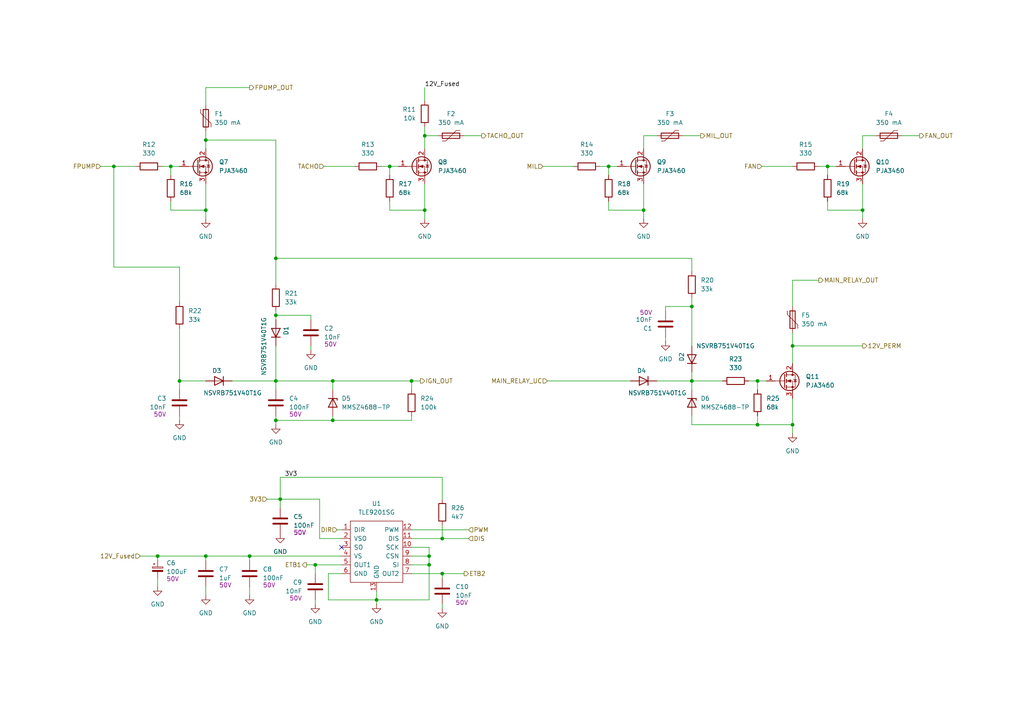
<source format=kicad_sch>
(kicad_sch (version 20231120) (generator "eeschema") (generator_version "8.0")
  (paper "A4")
  (lib_symbols
    (symbol "Device:C" (pin_numbers hide) (pin_names (offset 0.254))
      (property "Reference" "C" (at 0.635 2.54 0))
      (property "Value" "C" (at 0.635 -2.54 0))
      (symbol "C_0_1"
        (polyline (pts (xy -2.032 -0.762) (xy 2.032 -0.762)) (stroke (width 0.508)))
        (polyline (pts (xy -2.032 0.762) (xy 2.032 0.762)) (stroke (width 0.508)))
      )
      (symbol "C_1_1"
        (pin passive line (at 0 3.81 270) (length 2.794) (name "~") (number "1"))
        (pin passive line (at 0 -3.81 90) (length 2.794) (name "~") (number "2"))
      )
    )
    (symbol "Device:C_Polarized_Small" (pin_numbers hide) (pin_names (offset 0.254) hide)
      (property "Reference" "C" (at 0.254 1.778 0))
      (property "Value" "C_Polarized_Small" (at 0.254 -2.032 0))
      (symbol "C_Polarized_Small_0_1"
        (rectangle (start -1.524 -0.3048) (end 1.524 -0.6858) (fill (type outline)))
        (rectangle (start -1.524 0.6858) (end 1.524 0.3048))
        (polyline (pts (xy -1.27 1.524) (xy -0.762 1.524)))
        (polyline (pts (xy -1.016 1.27) (xy -1.016 1.778)))
      )
      (symbol "C_Polarized_Small_1_1"
        (pin passive line (at 0 2.54 270) (length 1.8542) (name "~") (number "1"))
        (pin passive line (at 0 -2.54 90) (length 1.8542) (name "~") (number "2"))
      )
    )
    (symbol "Device:D_Zener" (pin_numbers hide) (pin_names (offset 1.016) hide)
      (property "Reference" "D" (at 0 2.54 0))
      (property "Value" "D_Zener" (at 0 -2.54 0))
      (symbol "D_Zener_0_1"
        (polyline (pts (xy 1.27 0) (xy -1.27 0)))
        (polyline (pts (xy -1.27 -1.27) (xy -1.27 1.27) (xy -0.762 1.27)) (stroke (width 0.254)))
        (polyline (pts (xy 1.27 -1.27) (xy 1.27 1.27) (xy -1.27 0) (xy 1.27 -1.27)) (stroke (width 0.254)))
      )
      (symbol "D_Zener_1_1"
        (pin passive line (at -3.81 0 0) (length 2.54) (name "K") (number "1"))
        (pin passive line (at 3.81 0 180) (length 2.54) (name "A") (number "2"))
      )
    )
    (symbol "Device:Polyfuse" (pin_numbers hide) (pin_names (offset 0))
      (property "Reference" "F" (at -2.54 0 90))
      (property "Value" "Polyfuse" (at 2.54 0 90))
      (symbol "Polyfuse_0_1"
        (rectangle (start -0.762 2.54) (end 0.762 -2.54) (stroke (width 0.254)))
        (polyline (pts (xy 0 2.54) (xy 0 -2.54)))
        (polyline (pts (xy -1.524 2.54) (xy -1.524 1.524) (xy 1.524 -1.524) (xy 1.524 -2.54)))
      )
      (symbol "Polyfuse_1_1"
        (pin passive line (at 0 3.81 270) (length 1.27) (name "~") (number "1"))
        (pin passive line (at 0 -3.81 90) (length 1.27) (name "~") (number "2"))
      )
    )
    (symbol "Device:Q_NMOS_GDS" (pin_names (offset 0) hide)
      (property "Reference" "Q" (at 5.08 1.27 0))
      (property "Value" "Q_NMOS_GDS" (at 5.08 -1.27 0))
      (symbol "Q_NMOS_GDS_0_1"
        (polyline (pts (xy 0.254 0) (xy -2.54 0)))
        (polyline (pts (xy 0.254 1.905) (xy 0.254 -1.905)) (stroke (width 0.254)))
        (polyline (pts (xy 0.762 -1.27) (xy 0.762 -2.286)) (stroke (width 0.254)))
        (polyline (pts (xy 0.762 0.508) (xy 0.762 -0.508)) (stroke (width 0.254)))
        (polyline (pts (xy 0.762 2.286) (xy 0.762 1.27)) (stroke (width 0.254)))
        (polyline (pts (xy 2.54 2.54) (xy 2.54 1.778)))
        (polyline (pts (xy 2.54 -2.54) (xy 2.54 0) (xy 0.762 0)))
        (polyline (pts (xy 0.762 -1.778) (xy 3.302 -1.778) (xy 3.302 1.778) (xy 0.762 1.778)))
        (polyline (pts (xy 1.016 0) (xy 2.032 0.381) (xy 2.032 -0.381) (xy 1.016 0)) (fill (type outline)))
        (polyline (pts (xy 2.794 0.508) (xy 2.921 0.381) (xy 3.683 0.381) (xy 3.81 0.254)))
        (polyline (pts (xy 3.302 0.381) (xy 2.921 -0.254) (xy 3.683 -0.254) (xy 3.302 0.381)))
        (circle (center 1.651 0) (radius 2.794) (stroke (width 0.254)))
        (circle (center 2.54 -1.778) (radius 0.254) (fill (type outline)))
        (circle (center 2.54 1.778) (radius 0.254) (fill (type outline)))
      )
      (symbol "Q_NMOS_GDS_1_1"
        (pin input line (at -5.08 0 0) (length 2.54) (name "G") (number "1"))
        (pin passive line (at 2.54 5.08 270) (length 2.54) (name "D") (number "2"))
        (pin passive line (at 2.54 -5.08 90) (length 2.54) (name "S") (number "3"))
      )
    )
    (symbol "Device:R" (pin_numbers hide) (pin_names (offset 0))
      (property "Reference" "R" (at 2.032 0 90))
      (property "Value" "R" (at 0 0 90))
      (symbol "R_0_1"
        (rectangle (start -1.016 -2.54) (end 1.016 2.54) (stroke (width 0.254)))
      )
      (symbol "R_1_1"
        (pin passive line (at 0 3.81 270) (length 1.27) (name "~") (number "1"))
        (pin passive line (at 0 -3.81 90) (length 1.27) (name "~") (number "2"))
      )
    )
    (symbol "Diode:1N4148WS" (pin_numbers hide) (pin_names hide)
      (property "Reference" "D" (at 0 2.54 0))
      (property "Value" "1N4148WS" (at 0 -2.54 0))
      (symbol "1N4148WS_0_1"
        (polyline (pts (xy -1.27 1.27) (xy -1.27 -1.27)) (stroke (width 0.254)))
        (polyline (pts (xy 1.27 0) (xy -1.27 0)))
        (polyline (pts (xy 1.27 1.27) (xy 1.27 -1.27) (xy -1.27 0) (xy 1.27 1.27)) (stroke (width 0.254)))
      )
      (symbol "1N4148WS_1_1"
        (pin passive line (at -3.81 0 0) (length 2.54) (name "K") (number "1"))
        (pin passive line (at 3.81 0 180) (length 2.54) (name "A") (number "2"))
      )
    )
    (symbol "power:GND" (power) (pin_numbers hide) (pin_names (offset 0) hide)
      (property "Value" "GND" (at 0 -3.81 0))
      (symbol "GND_0_1"
        (polyline (pts (xy 0 0) (xy 0 -1.27) (xy 1.27 -1.27) (xy 0 -2.54) (xy -1.27 -1.27) (xy 0 -1.27)))
      )
      (symbol "GND_1_1"
        (pin power_in line (at 0 0 270) (length 0) (name "~") (number "1"))
      )
    )
    (symbol "tle9201:TLE9201SG" (pin_names (offset 1.016))
      (property "Reference" "U" (at 3.81 5.08 0))
      (property "Value" "TLE9201SG" (at 2.54 1.27 0))
      (symbol "TLE9201SG_0_1"
        (rectangle (start -2.54 -1.27) (end 12.7 -19.05))
      )
      (symbol "TLE9201SG_1_1"
        (pin passive line (at -5.08 -3.81 0) (length 2.54) (name "DIR") (number "1"))
        (pin passive line (at 15.24 -8.89 180) (length 2.54) (name "SCK") (number "10"))
        (pin passive line (at 15.24 -6.35 180) (length 2.54) (name "DIS") (number "11"))
        (pin passive line (at 15.24 -3.81 180) (length 2.54) (name "PWM") (number "12"))
        (pin passive line (at 5.08 -21.59 90) (length 2.54) (name "GND") (number "13"))
        (pin passive line (at -5.08 -6.35 0) (length 2.54) (name "VSO") (number "2"))
        (pin passive line (at -5.08 -8.89 0) (length 2.54) (name "SO") (number "3"))
        (pin passive line (at -5.08 -11.43 0) (length 2.54) (name "VS") (number "4"))
        (pin passive line (at -5.08 -13.97 0) (length 2.54) (name "OUT1") (number "5"))
        (pin passive line (at -5.08 -16.51 0) (length 2.54) (name "GND") (number "6"))
        (pin passive line (at 15.24 -16.51 180) (length 2.54) (name "OUT2") (number "7"))
        (pin passive line (at 15.24 -13.97 180) (length 2.54) (name "SI") (number "8"))
        (pin passive line (at 15.24 -11.43 180) (length 2.54) (name "CSN") (number "9"))
      )
    )
  )
  (junction (at 219.71 123.19))
  (junction (at 128.27 156.21))
  (junction (at 124.46 163.83))
  (junction (at 200.66 88.9))
  (junction (at 200.66 110.49))
  (junction (at 229.87 100.33))
  (junction (at 176.53 48.26))
  (junction (at 33.02 48.26))
  (junction (at 109.22 173.99))
  (junction (at 80.01 74.93))
  (junction (at 52.07 110.49))
  (junction (at 219.71 110.49))
  (junction (at 80.01 91.44))
  (junction (at 80.01 110.49))
  (junction (at 96.52 121.92))
  (junction (at 229.87 123.19))
  (junction (at 96.52 110.49))
  (junction (at 250.19 60.96))
  (junction (at 240.03 48.26))
  (junction (at 124.46 161.29))
  (junction (at 45.72 161.29))
  (junction (at 72.39 161.29))
  (junction (at 113.03 48.26))
  (junction (at 123.19 39.37))
  (junction (at 59.69 60.96))
  (junction (at 123.19 60.96))
  (junction (at 186.69 60.96))
  (junction (at 128.27 166.37))
  (junction (at 49.53 48.26))
  (junction (at 119.38 110.49))
  (junction (at 91.44 163.83))
  (junction (at 80.01 121.92))
  (junction (at 59.69 161.29))
  (junction (at 59.69 40.64))
  (junction (at 81.28 144.78))
  (no_connect (at 99.06 158.75))
  (wire (pts (xy 90.17 100.33) (xy 90.17 101.6)))
  (wire (pts (xy 113.03 48.26) (xy 115.57 48.26)))
  (wire (pts (xy 80.01 90.17) (xy 80.01 91.44)))
  (wire (pts (xy 119.38 166.37) (xy 128.27 166.37)))
  (wire (pts (xy 92.71 144.78) (xy 92.71 156.21)))
  (wire (pts (xy 113.03 50.8) (xy 113.03 48.26)))
  (wire (pts (xy 59.69 60.96) (xy 59.69 53.34)))
  (wire (pts (xy 88.9 163.83) (xy 91.44 163.83)))
  (wire (pts (xy 81.28 138.43) (xy 81.28 144.78)))
  (wire (pts (xy 113.03 60.96) (xy 123.19 60.96)))
  (wire (pts (xy 33.02 48.26) (xy 39.37 48.26)))
  (wire (pts (xy 193.04 97.79) (xy 193.04 99.06)))
  (wire (pts (xy 200.66 107.95) (xy 200.66 110.49)))
  (wire (pts (xy 219.71 123.19) (xy 229.87 123.19)))
  (wire (pts (xy 250.19 100.33) (xy 229.87 100.33)))
  (wire (pts (xy 128.27 166.37) (xy 134.62 166.37)))
  (wire (pts (xy 198.12 39.37) (xy 203.2 39.37)))
  (wire (pts (xy 186.69 39.37) (xy 190.5 39.37)))
  (wire (pts (xy 91.44 173.99) (xy 91.44 175.26)))
  (wire (pts (xy 119.38 120.65) (xy 119.38 121.92)))
  (wire (pts (xy 95.25 166.37) (xy 99.06 166.37)))
  (wire (pts (xy 119.38 110.49) (xy 121.92 110.49)))
  (wire (pts (xy 77.47 144.78) (xy 81.28 144.78)))
  (wire (pts (xy 128.27 138.43) (xy 128.27 144.78)))
  (wire (pts (xy 96.52 121.92) (xy 119.38 121.92)))
  (wire (pts (xy 123.19 60.96) (xy 123.19 53.34)))
  (wire (pts (xy 229.87 105.41) (xy 229.87 100.33)))
  (wire (pts (xy 90.17 92.71) (xy 90.17 91.44)))
  (wire (pts (xy 229.87 100.33) (xy 229.87 96.52)))
  (wire (pts (xy 229.87 123.19) (xy 229.87 125.73)))
  (wire (pts (xy 176.53 48.26) (xy 173.99 48.26)))
  (wire (pts (xy 240.03 48.26) (xy 242.57 48.26)))
  (wire (pts (xy 200.66 78.74) (xy 200.66 74.93)))
  (wire (pts (xy 219.71 120.65) (xy 219.71 123.19)))
  (wire (pts (xy 123.19 60.96) (xy 123.19 63.5)))
  (wire (pts (xy 128.27 152.4) (xy 128.27 156.21)))
  (wire (pts (xy 119.38 158.75) (xy 124.46 158.75)))
  (wire (pts (xy 59.69 161.29) (xy 72.39 161.29)))
  (wire (pts (xy 193.04 88.9) (xy 200.66 88.9)))
  (wire (pts (xy 237.49 81.28) (xy 229.87 81.28)))
  (wire (pts (xy 72.39 170.18) (xy 72.39 172.72)))
  (wire (pts (xy 200.66 88.9) (xy 200.66 100.33)))
  (wire (pts (xy 49.53 60.96) (xy 59.69 60.96)))
  (wire (pts (xy 128.27 156.21) (xy 135.89 156.21)))
  (wire (pts (xy 250.19 43.18) (xy 250.19 39.37)))
  (wire (pts (xy 123.19 25.4) (xy 123.19 29.21)))
  (wire (pts (xy 176.53 60.96) (xy 186.69 60.96)))
  (wire (pts (xy 97.79 153.67) (xy 99.06 153.67)))
  (wire (pts (xy 119.38 163.83) (xy 124.46 163.83)))
  (wire (pts (xy 240.03 50.8) (xy 240.03 48.26)))
  (wire (pts (xy 59.69 25.4) (xy 72.39 25.4)))
  (wire (pts (xy 49.53 48.26) (xy 52.07 48.26)))
  (wire (pts (xy 80.01 120.65) (xy 80.01 121.92)))
  (wire (pts (xy 80.01 40.64) (xy 59.69 40.64)))
  (wire (pts (xy 128.27 138.43) (xy 81.28 138.43)))
  (wire (pts (xy 229.87 81.28) (xy 229.87 88.9)))
  (wire (pts (xy 200.66 123.19) (xy 219.71 123.19)))
  (wire (pts (xy 59.69 110.49) (xy 52.07 110.49)))
  (wire (pts (xy 52.07 95.25) (xy 52.07 110.49)))
  (wire (pts (xy 93.98 48.26) (xy 102.87 48.26)))
  (wire (pts (xy 157.48 48.26) (xy 166.37 48.26)))
  (wire (pts (xy 52.07 87.63) (xy 52.07 77.47)))
  (wire (pts (xy 240.03 48.26) (xy 237.49 48.26)))
  (wire (pts (xy 29.21 48.26) (xy 33.02 48.26)))
  (wire (pts (xy 80.01 100.33) (xy 80.01 110.49)))
  (wire (pts (xy 124.46 163.83) (xy 124.46 173.99)))
  (wire (pts (xy 40.64 161.29) (xy 45.72 161.29)))
  (wire (pts (xy 80.01 121.92) (xy 80.01 123.19)))
  (wire (pts (xy 123.19 43.18) (xy 123.19 39.37)))
  (wire (pts (xy 158.75 110.49) (xy 182.88 110.49)))
  (wire (pts (xy 119.38 113.03) (xy 119.38 110.49)))
  (wire (pts (xy 52.07 120.65) (xy 52.07 121.92)))
  (wire (pts (xy 219.71 110.49) (xy 222.25 110.49)))
  (wire (pts (xy 124.46 158.75) (xy 124.46 161.29)))
  (wire (pts (xy 176.53 48.26) (xy 179.07 48.26)))
  (wire (pts (xy 96.52 110.49) (xy 119.38 110.49)))
  (wire (pts (xy 59.69 60.96) (xy 59.69 63.5)))
  (wire (pts (xy 240.03 58.42) (xy 240.03 60.96)))
  (wire (pts (xy 67.31 110.49) (xy 80.01 110.49)))
  (wire (pts (xy 59.69 170.18) (xy 59.69 172.72)))
  (wire (pts (xy 49.53 58.42) (xy 49.53 60.96)))
  (wire (pts (xy 80.01 110.49) (xy 80.01 113.03)))
  (wire (pts (xy 200.66 86.36) (xy 200.66 88.9)))
  (wire (pts (xy 250.19 39.37) (xy 254 39.37)))
  (wire (pts (xy 128.27 166.37) (xy 128.27 167.64)))
  (wire (pts (xy 250.19 60.96) (xy 250.19 63.5)))
  (wire (pts (xy 90.17 91.44) (xy 80.01 91.44)))
  (wire (pts (xy 193.04 90.17) (xy 193.04 88.9)))
  (wire (pts (xy 59.69 25.4) (xy 59.69 30.48)))
  (wire (pts (xy 45.72 161.29) (xy 45.72 162.56)))
  (wire (pts (xy 186.69 43.18) (xy 186.69 39.37)))
  (wire (pts (xy 240.03 60.96) (xy 250.19 60.96)))
  (wire (pts (xy 123.19 39.37) (xy 127 39.37)))
  (wire (pts (xy 200.66 120.65) (xy 200.66 123.19)))
  (wire (pts (xy 91.44 163.83) (xy 91.44 166.37)))
  (wire (pts (xy 80.01 40.64) (xy 80.01 74.93)))
  (wire (pts (xy 80.01 110.49) (xy 96.52 110.49)))
  (wire (pts (xy 128.27 175.26) (xy 128.27 176.53)))
  (wire (pts (xy 91.44 163.83) (xy 99.06 163.83)))
  (wire (pts (xy 176.53 50.8) (xy 176.53 48.26)))
  (wire (pts (xy 200.66 110.49) (xy 209.55 110.49)))
  (wire (pts (xy 123.19 36.83) (xy 123.19 39.37)))
  (wire (pts (xy 80.01 82.55) (xy 80.01 74.93)))
  (wire (pts (xy 124.46 173.99) (xy 109.22 173.99)))
  (wire (pts (xy 109.22 173.99) (xy 109.22 171.45)))
  (wire (pts (xy 200.66 110.49) (xy 200.66 113.03)))
  (wire (pts (xy 250.19 60.96) (xy 250.19 53.34)))
  (wire (pts (xy 134.62 39.37) (xy 139.7 39.37)))
  (wire (pts (xy 92.71 156.21) (xy 99.06 156.21)))
  (wire (pts (xy 33.02 77.47) (xy 33.02 48.26)))
  (wire (pts (xy 80.01 74.93) (xy 200.66 74.93)))
  (wire (pts (xy 119.38 161.29) (xy 124.46 161.29)))
  (wire (pts (xy 49.53 48.26) (xy 46.99 48.26)))
  (wire (pts (xy 186.69 60.96) (xy 186.69 63.5)))
  (wire (pts (xy 96.52 120.65) (xy 96.52 121.92)))
  (wire (pts (xy 80.01 91.44) (xy 80.01 92.71)))
  (wire (pts (xy 261.62 39.37) (xy 266.7 39.37)))
  (wire (pts (xy 45.72 167.64) (xy 45.72 170.18)))
  (wire (pts (xy 176.53 58.42) (xy 176.53 60.96)))
  (wire (pts (xy 95.25 173.99) (xy 109.22 173.99)))
  (wire (pts (xy 52.07 77.47) (xy 33.02 77.47)))
  (wire (pts (xy 220.98 48.26) (xy 229.87 48.26)))
  (wire (pts (xy 45.72 161.29) (xy 59.69 161.29)))
  (wire (pts (xy 229.87 123.19) (xy 229.87 115.57)))
  (wire (pts (xy 72.39 161.29) (xy 72.39 162.56)))
  (wire (pts (xy 219.71 110.49) (xy 217.17 110.49)))
  (wire (pts (xy 113.03 58.42) (xy 113.03 60.96)))
  (wire (pts (xy 119.38 156.21) (xy 128.27 156.21)))
  (wire (pts (xy 59.69 43.18) (xy 59.69 40.64)))
  (wire (pts (xy 59.69 161.29) (xy 59.69 162.56)))
  (wire (pts (xy 109.22 173.99) (xy 109.22 175.26)))
  (wire (pts (xy 80.01 121.92) (xy 96.52 121.92)))
  (wire (pts (xy 190.5 110.49) (xy 200.66 110.49)))
  (wire (pts (xy 113.03 48.26) (xy 110.49 48.26)))
  (wire (pts (xy 119.38 153.67) (xy 135.89 153.67)))
  (wire (pts (xy 49.53 50.8) (xy 49.53 48.26)))
  (wire (pts (xy 186.69 60.96) (xy 186.69 53.34)))
  (wire (pts (xy 219.71 113.03) (xy 219.71 110.49)))
  (wire (pts (xy 81.28 144.78) (xy 81.28 147.32)))
  (wire (pts (xy 95.25 166.37) (xy 95.25 173.99)))
  (wire (pts (xy 72.39 161.29) (xy 99.06 161.29)))
  (wire (pts (xy 59.69 40.64) (xy 59.69 38.1)))
  (wire (pts (xy 124.46 161.29) (xy 124.46 163.83)))
  (wire (pts (xy 52.07 110.49) (xy 52.07 113.03)))
  (wire (pts (xy 96.52 110.49) (xy 96.52 113.03)))
  (wire (pts (xy 81.28 144.78) (xy 92.71 144.78)))
  (label "12V_Fused" (at 123.19 25.4 0))
  (label "3V3" (at 82.55 138.43 0))
  (hierarchical_label "MIL_OUT" (shape output) (at 203.2 39.37 0))
  (hierarchical_label "TACHO" (shape input) (at 93.98 48.26 180))
  (hierarchical_label "FPUMP_OUT" (shape output) (at 72.39 25.4 0))
  (hierarchical_label "ETB2" (shape output) (at 134.62 166.37 0))
  (hierarchical_label "MAIN_RELAY_UC" (shape input) (at 158.75 110.49 180))
  (hierarchical_label "ETB1" (shape output) (at 88.9 163.83 180))
  (hierarchical_label "DIR" (shape input) (at 97.79 153.67 180))
  (hierarchical_label "12V_Fused" (shape input) (at 40.64 161.29 180))
  (hierarchical_label "MAIN_RELAY_OUT" (shape output) (at 237.49 81.28 0))
  (hierarchical_label "PWM" (shape input) (at 135.89 153.67 0))
  (hierarchical_label "3V3" (shape input) (at 77.47 144.78 180))
  (hierarchical_label "12V_PERM" (shape output) (at 250.19 100.33 0))
  (hierarchical_label "FAN_OUT" (shape output) (at 266.7 39.37 0))
  (hierarchical_label "FPUMP" (shape input) (at 29.21 48.26 180))
  (hierarchical_label "IGN_OUT" (shape output) (at 121.92 110.49 0))
  (hierarchical_label "FAN" (shape input) (at 220.98 48.26 180))
  (hierarchical_label "TACHO_OUT" (shape output) (at 139.7 39.37 0))
  (hierarchical_label "DIS" (shape input) (at 135.89 156.21 0))
  (hierarchical_label "MIL" (shape input) (at 157.48 48.26 180))
  (symbol (lib_id "Device:Q_NMOS_GDS") (at 120.65 48.26 0) (unit 1)
    (property "Reference" "Q8" (at 127 46.99 0) (effects (justify left)))
    (property "Value" "PJA3460" (at 127 49.53 0) (effects (justify left)))
    (property "Footprint" "Package_TO_SOT_SMD:SOT-23-3" (effects (hide yes)))
    (property "MPN" "PJA3460-AU_R1_000A1" (effects (hide yes)))
    (property "Producent" "STMicroelectronics" (effects (hide yes)))
  )
  (symbol (lib_id "Device:R") (at 128.27 148.59 0) (unit 1)
    (property "Reference" "R26" (at 130.81 147.32 0) (effects (justify left)))
    (property "Value" "4k7" (at 130.81 149.86 0) (effects (justify left)))
    (property "Footprint" "Resistor_SMD:R_0402_1005Metric" (effects (hide yes)))
    (property "MPN" "AC0402FR-074K7L" (effects (hide yes)))
  )
  (symbol (lib_id "power:GND") (at 91.44 175.26 0) (unit 1)
    (property "Reference" "#PWR027" (effects (hide yes)))
    (property "Value" "GND" (at 91.44 180.34 0))
    (property "Description" "Power symbol creates a global label with name \"GND\" , ground" (effects (hide yes)))
  )
  (symbol (lib_id "Device:C_Polarized_Small") (at 45.72 165.1 0) (unit 1)
    (property "Reference" "C6" (at 48.26 163.2839 0) (effects (justify left)))
    (property "Value" "100uF" (at 48.26 165.8239 0) (effects (justify left)))
    (property "Footprint" "Capacitor_SMD:CP_Elec_8x10" (effects (hide yes)))
    (property "MPN" "UCD1H101MNL1GS" (effects (hide yes)))
    (property "Producent" "Nichicon" (effects (hide yes)))
    (property "Napięcie" "50V" (at 50.0874 167.9043 0))
  )
  (symbol (lib_id "power:GND") (at 45.72 170.18 0) (unit 1)
    (property "Reference" "#PWR024" (effects (hide yes)))
    (property "Value" "GND" (at 45.72 175.26 0))
    (property "Description" "Power symbol creates a global label with name \"GND\" , ground" (effects (hide yes)))
  )
  (symbol (lib_id "power:GND") (at 90.17 101.6 0) (unit 1)
    (property "Reference" "#PWR019" (effects (hide yes)))
    (property "Value" "GND" (at 90.17 106.68 0))
    (property "Description" "Power symbol creates a global label with name \"GND\" , ground" (effects (hide yes)))
  )
  (symbol (lib_id "Device:Polyfuse") (at 194.31 39.37 90) (unit 1)
    (property "Reference" "F3" (at 194.31 33.02 90))
    (property "Value" "350 mA" (at 194.31 35.56 90))
    (property "Footprint" "Fuse:Fuse_1206_3216Metric" (effects (hide yes)))
    (property "MPN" "0ZCJ0035FF2G" (effects (hide yes)))
  )
  (symbol (lib_id "Device:C") (at 128.27 171.45 0) (unit 1)
    (property "Reference" "C10" (at 132.08 170.18 0) (effects (justify left)))
    (property "Value" "10nF" (at 132.08 172.72 0) (effects (justify left)))
    (property "Footprint" "Capacitor_SMD:C_0402_1005Metric" (effects (hide yes)))
    (property "Napięcie" "50V" (at 133.947 174.7785 0))
    (property "MPN" "GCM155R71H103MA55D" (effects (hide yes)))
  )
  (symbol (lib_id "power:GND") (at 109.22 175.26 0) (unit 1)
    (property "Reference" "#PWR028" (effects (hide yes)))
    (property "Value" "GND" (at 109.22 180.34 0))
    (property "Description" "Power symbol creates a global label with name \"GND\" , ground" (effects (hide yes)))
  )
  (symbol (lib_id "power:GND") (at 193.04 99.06 0) (unit 1)
    (property "Reference" "#PWR018" (effects (hide yes)))
    (property "Value" "GND" (at 193.04 104.14 0))
    (property "Description" "Power symbol creates a global label with name \"GND\" , ground" (effects (hide yes)))
  )
  (symbol (lib_id "power:GND") (at 59.69 63.5 0) (unit 1)
    (property "Reference" "#PWR014" (effects (hide yes)))
    (property "Value" "GND" (at 59.69 68.58 0))
    (property "Description" "Power symbol creates a global label with name \"GND\" , ground" (effects (hide yes)))
  )
  (symbol (lib_id "power:GND") (at 81.28 154.94 0) (unit 1)
    (property "Reference" "#PWR023" (effects (hide yes)))
    (property "Value" "GND" (at 81.28 160.02 0))
    (property "Description" "Power symbol creates a global label with name \"GND\" , ground" (effects (hide yes)))
  )
  (symbol (lib_id "Diode:1N4148WS") (at 200.66 104.14 90) (unit 1)
    (property "Reference" "D2" (at 197.6988 102.1771 0) (effects (justify right)))
    (property "Value" "NSVRB751V40T1G" (at 201.93 100.33 90) (effects (justify right)))
    (property "Footprint" "Diode_SMD:D_SOD-323" (effects (hide yes)))
    (property "MPN" "NSVRB751V40T1G" (effects (hide yes)))
  )
  (symbol (lib_id "Device:R") (at 52.07 91.44 180) (unit 1)
    (property "Reference" "R22" (at 54.61 90.17 0) (effects (justify right)))
    (property "Value" "33k" (at 54.61 92.71 0) (effects (justify right)))
    (property "Footprint" "Resistor_SMD:R_0402_1005Metric" (effects (hide yes)))
    (property "MPN" "AC0402FR-0733KL" (effects (hide yes)))
  )
  (symbol (lib_id "Device:R") (at 123.19 33.02 0) (mirror x) (unit 1)
    (property "Reference" "R11" (at 120.65 31.75 0) (effects (justify right)))
    (property "Value" "10k" (at 120.65 34.29 0) (effects (justify right)))
    (property "Footprint" "Resistor_SMD:R_1206_3216Metric" (effects (hide yes)))
    (property "MPN" "AC1206JR-0710KL" (effects (hide yes)))
  )
  (symbol (lib_id "Device:R") (at 200.66 82.55 180) (unit 1)
    (property "Reference" "R20" (at 203.2 81.28 0) (effects (justify right)))
    (property "Value" "33k" (at 203.2 83.82 0) (effects (justify right)))
    (property "Footprint" "Resistor_SMD:R_0402_1005Metric" (effects (hide yes)))
    (property "MPN" "AC0402FR-0733KL" (effects (hide yes)))
  )
  (symbol (lib_id "Device:R") (at 213.36 110.49 90) (unit 1)
    (property "Reference" "R23" (at 213.36 104.14 90))
    (property "Value" "330" (at 213.36 106.68 90))
    (property "Footprint" "Resistor_SMD:R_0402_1005Metric" (effects (hide yes)))
    (property "MPN" "AC0402FR-07330RL" (effects (hide yes)))
  )
  (symbol (lib_id "Device:C") (at 72.39 166.37 0) (unit 1)
    (property "Reference" "C8" (at 76.2 165.1 0) (effects (justify left)))
    (property "Value" "100nF" (at 76.2 167.64 0) (effects (justify left)))
    (property "Footprint" "Capacitor_SMD:C_0402_1005Metric" (effects (hide yes)))
    (property "Napięcie" "50V" (at 78.067 169.6985 0))
    (property "MPN" "CL05B104KB54PNC" (effects (hide yes)))
  )
  (symbol (lib_id "Device:Polyfuse") (at 59.69 34.29 180) (unit 1)
    (property "Reference" "F1" (at 62.23 33.02 0) (effects (justify right)))
    (property "Value" "350 mA" (at 62.23 35.56 0) (effects (justify right)))
    (property "Footprint" "Fuse:Fuse_1206_3216Metric" (effects (hide yes)))
    (property "MPN" "0ZCJ0035FF2G" (effects (hide yes)))
  )
  (symbol (lib_id "power:GND") (at 250.19 63.5 0) (unit 1)
    (property "Reference" "#PWR017" (effects (hide yes)))
    (property "Value" "GND" (at 250.19 68.58 0))
    (property "Description" "Power symbol creates a global label with name \"GND\" , ground" (effects (hide yes)))
  )
  (symbol (lib_id "Diode:1N4148WS") (at 80.01 96.52 270) (mirror x) (unit 1)
    (property "Reference" "D1" (at 82.9712 94.5571 0) (effects (justify right)))
    (property "Value" "NSVRB751V40T1G" (at 76.525 91.9907 0) (effects (justify right)))
    (property "Footprint" "Diode_SMD:D_SOD-323" (effects (hide yes)))
    (property "MPN" "NSVRB751V40T1G" (effects (hide yes)))
  )
  (symbol (lib_id "Device:C") (at 193.04 93.98 180) (unit 1)
    (property "Reference" "C1" (at 189.23 95.25 0) (effects (justify left)))
    (property "Value" "10nF" (at 189.23 92.71 0) (effects (justify left)))
    (property "Footprint" "Capacitor_SMD:C_0402_1005Metric" (effects (hide yes)))
    (property "Napięcie" "50V" (at 187.363 90.6515 0))
    (property "MPN" "GCM155R71H103MA55D" (effects (hide yes)))
  )
  (symbol (lib_id "Diode:1N4148WS") (at 186.69 110.49 0) (mirror y) (unit 1)
    (property "Reference" "D4" (at 184.7271 107.5288 0) (effects (justify right)))
    (property "Value" "NSVRB751V40T1G" (at 182.1607 113.975 0) (effects (justify right)))
    (property "Footprint" "Diode_SMD:D_SOD-323" (effects (hide yes)))
    (property "MPN" "NSVRB751V40T1G" (effects (hide yes)))
  )
  (symbol (lib_id "Device:C") (at 52.07 116.84 0) (mirror y) (unit 1)
    (property "Reference" "C3" (at 48.26 115.57 0) (effects (justify left)))
    (property "Value" "10nF" (at 48.26 118.11 0) (effects (justify left)))
    (property "Footprint" "Capacitor_SMD:C_0402_1005Metric" (effects (hide yes)))
    (property "Napięcie" "50V" (at 46.393 120.1685 0))
    (property "MPN" "GCM155R71H103MA55D" (effects (hide yes)))
  )
  (symbol (lib_id "Device:R") (at 80.01 86.36 180) (unit 1)
    (property "Reference" "R21" (at 82.55 85.09 0) (effects (justify right)))
    (property "Value" "33k" (at 82.55 87.63 0) (effects (justify right)))
    (property "Footprint" "Resistor_SMD:R_0402_1005Metric" (effects (hide yes)))
    (property "MPN" "AC0402FR-0733KL" (effects (hide yes)))
  )
  (symbol (lib_id "Device:R") (at 119.38 116.84 180) (unit 1)
    (property "Reference" "R24" (at 121.92 115.57 0) (effects (justify right)))
    (property "Value" "100k" (at 121.92 118.11 0) (effects (justify right)))
    (property "Footprint" "Resistor_SMD:R_0402_1005Metric" (effects (hide yes)))
    (property "MPN" "AC0402FR-07100KL" (effects (hide yes)))
  )
  (symbol (lib_id "Device:R") (at 49.53 54.61 180) (unit 1)
    (property "Reference" "R16" (at 52.07 53.34 0) (effects (justify right)))
    (property "Value" "68k" (at 52.07 55.88 0) (effects (justify right)))
    (property "Footprint" "Resistor_SMD:R_0402_1005Metric" (effects (hide yes)))
    (property "MPN" "AC0402FR-0768KL" (effects (hide yes)))
  )
  (symbol (lib_id "Device:D_Zener") (at 200.66 116.84 270) (unit 1)
    (property "Reference" "D6" (at 203.2 115.57 90) (effects (justify left)))
    (property "Value" "MMSZ4688-TP" (at 203.2 118.11 90) (effects (justify left)))
    (property "Footprint" "Diode_SMD:D_SOD-123" (effects (hide yes)))
    (property "MPN" "MMSZ4688-TP" (effects (hide yes)))
  )
  (symbol (lib_id "Device:Polyfuse") (at 130.81 39.37 90) (unit 1)
    (property "Reference" "F2" (at 130.81 33.02 90))
    (property "Value" "350 mA" (at 130.81 35.56 90))
    (property "Footprint" "Fuse:Fuse_1206_3216Metric" (effects (hide yes)))
    (property "MPN" "0ZCJ0035FF2G" (effects (hide yes)))
  )
  (symbol (lib_id "Device:R") (at 113.03 54.61 180) (unit 1)
    (property "Reference" "R17" (at 115.57 53.34 0) (effects (justify right)))
    (property "Value" "68k" (at 115.57 55.88 0) (effects (justify right)))
    (property "Footprint" "Resistor_SMD:R_0402_1005Metric" (effects (hide yes)))
    (property "MPN" "AC0402FR-0768KL" (effects (hide yes)))
  )
  (symbol (lib_id "power:GND") (at 52.07 121.92 0) (unit 1)
    (property "Reference" "#PWR020" (effects (hide yes)))
    (property "Value" "GND" (at 52.07 127 0))
    (property "Description" "Power symbol creates a global label with name \"GND\" , ground" (effects (hide yes)))
  )
  (symbol (lib_id "Device:R") (at 170.18 48.26 90) (unit 1)
    (property "Reference" "R14" (at 170.18 41.91 90))
    (property "Value" "330" (at 170.18 44.45 90))
    (property "Footprint" "Resistor_SMD:R_0402_1005Metric" (effects (hide yes)))
    (property "MPN" "AC0402FR-07330RL" (effects (hide yes)))
  )
  (symbol (lib_id "Device:Q_NMOS_GDS") (at 227.33 110.49 0) (unit 1)
    (property "Reference" "Q11" (at 233.68 109.22 0) (effects (justify left)))
    (property "Value" "PJA3460" (at 233.68 111.76 0) (effects (justify left)))
    (property "Footprint" "Package_TO_SOT_SMD:SOT-23-3" (effects (hide yes)))
    (property "MPN" "PJA3460-AU_R1_000A1" (effects (hide yes)))
    (property "Producent" "STMicroelectronics" (effects (hide yes)))
  )
  (symbol (lib_id "Device:R") (at 176.53 54.61 180) (unit 1)
    (property "Reference" "R18" (at 179.07 53.34 0) (effects (justify right)))
    (property "Value" "68k" (at 179.07 55.88 0) (effects (justify right)))
    (property "Footprint" "Resistor_SMD:R_0402_1005Metric" (effects (hide yes)))
    (property "MPN" "AC0402FR-0768KL" (effects (hide yes)))
  )
  (symbol (lib_id "power:GND") (at 80.01 123.19 0) (unit 1)
    (property "Reference" "#PWR021" (effects (hide yes)))
    (property "Value" "GND" (at 80.01 128.27 0))
    (property "Description" "Power symbol creates a global label with name \"GND\" , ground" (effects (hide yes)))
  )
  (symbol (lib_id "Diode:1N4148WS") (at 63.5 110.49 0) (mirror y) (unit 1)
    (property "Reference" "D3" (at 61.5371 107.5288 0) (effects (justify right)))
    (property "Value" "NSVRB751V40T1G" (at 58.9707 113.975 0) (effects (justify right)))
    (property "Footprint" "Diode_SMD:D_SOD-323" (effects (hide yes)))
    (property "MPN" "NSVRB751V40T1G" (effects (hide yes)))
  )
  (symbol (lib_id "power:GND") (at 128.27 176.53 0) (unit 1)
    (property "Reference" "#PWR029" (effects (hide yes)))
    (property "Value" "GND" (at 128.27 181.61 0))
    (property "Description" "Power symbol creates a global label with name \"GND\" , ground" (effects (hide yes)))
  )
  (symbol (lib_id "Device:Polyfuse") (at 257.81 39.37 90) (unit 1)
    (property "Reference" "F4" (at 257.81 33.02 90))
    (property "Value" "350 mA" (at 257.81 35.56 90))
    (property "Footprint" "Fuse:Fuse_1206_3216Metric" (effects (hide yes)))
    (property "MPN" "0ZCJ0035FF2G" (effects (hide yes)))
  )
  (symbol (lib_id "Device:C") (at 90.17 96.52 0) (unit 1)
    (property "Reference" "C2" (at 93.98 95.25 0) (effects (justify left)))
    (property "Value" "10nF" (at 93.98 97.79 0) (effects (justify left)))
    (property "Footprint" "Capacitor_SMD:C_0402_1005Metric" (effects (hide yes)))
    (property "Napięcie" "50V" (at 95.847 99.8485 0))
    (property "MPN" "GCM155R71H103MA55D" (effects (hide yes)))
  )
  (symbol (lib_id "Device:Polyfuse") (at 229.87 92.71 180) (unit 1)
    (property "Reference" "F5" (at 232.41 91.44 0) (effects (justify right)))
    (property "Value" "350 mA" (at 232.41 93.98 0) (effects (justify right)))
    (property "Footprint" "Fuse:Fuse_1206_3216Metric" (effects (hide yes)))
    (property "MPN" "0ZCJ0035FF2G" (effects (hide yes)))
  )
  (symbol (lib_id "power:GND") (at 229.87 125.73 0) (unit 1)
    (property "Reference" "#PWR022" (effects (hide yes)))
    (property "Value" "GND" (at 229.87 130.81 0))
    (property "Description" "Power symbol creates a global label with name \"GND\" , ground" (effects (hide yes)))
  )
  (symbol (lib_id "Device:C") (at 91.44 170.18 0) (mirror y) (unit 1)
    (property "Reference" "C9" (at 87.63 168.91 0) (effects (justify left)))
    (property "Value" "10nF" (at 87.63 171.45 0) (effects (justify left)))
    (property "Footprint" "Capacitor_SMD:C_0402_1005Metric" (effects (hide yes)))
    (property "Napięcie" "50V" (at 85.763 173.5085 0))
    (property "MPN" "GCM155R71H103MA55D" (effects (hide yes)))
  )
  (symbol (lib_id "Device:C") (at 81.28 151.13 0) (unit 1)
    (property "Reference" "C5" (at 85.09 149.86 0) (effects (justify left)))
    (property "Value" "100nF" (at 85.09 152.4 0) (effects (justify left)))
    (property "Footprint" "Capacitor_SMD:C_0402_1005Metric" (effects (hide yes)))
    (property "Napięcie" "50V" (at 86.957 154.4585 0))
    (property "MPN" "CL05B104KB54PNC" (effects (hide yes)))
  )
  (symbol (lib_id "Device:Q_NMOS_GDS") (at 247.65 48.26 0) (unit 1)
    (property "Reference" "Q10" (at 254 46.99 0) (effects (justify left)))
    (property "Value" "PJA3460" (at 254 49.53 0) (effects (justify left)))
    (property "Footprint" "Package_TO_SOT_SMD:SOT-23-3" (effects (hide yes)))
    (property "MPN" "PJA3460-AU_R1_000A1" (effects (hide yes)))
    (property "Producent" "STMicroelectronics" (effects (hide yes)))
  )
  (symbol (lib_id "power:GND") (at 59.69 172.72 0) (unit 1)
    (property "Reference" "#PWR025" (effects (hide yes)))
    (property "Value" "GND" (at 59.69 177.8 0))
    (property "Description" "Power symbol creates a global label with name \"GND\" , ground" (effects (hide yes)))
  )
  (symbol (lib_id "Device:D_Zener") (at 96.52 116.84 270) (unit 1)
    (property "Reference" "D5" (at 99.06 115.57 90) (effects (justify left)))
    (property "Value" "MMSZ4688-TP" (at 99.06 118.11 90) (effects (justify left)))
    (property "Footprint" "Diode_SMD:D_SOD-123" (effects (hide yes)))
    (property "MPN" "MMSZ4688-TP" (effects (hide yes)))
  )
  (symbol (lib_id "Device:R") (at 219.71 116.84 180) (unit 1)
    (property "Reference" "R25" (at 222.25 115.57 0) (effects (justify right)))
    (property "Value" "68k" (at 222.25 118.11 0) (effects (justify right)))
    (property "Footprint" "Resistor_SMD:R_0402_1005Metric" (effects (hide yes)))
    (property "MPN" "AC0402FR-0768KL" (effects (hide yes)))
  )
  (symbol (lib_id "Device:R") (at 233.68 48.26 90) (unit 1)
    (property "Reference" "R15" (at 233.68 41.91 90))
    (property "Value" "330" (at 233.68 44.45 90))
    (property "Footprint" "Resistor_SMD:R_0402_1005Metric" (effects (hide yes)))
    (property "MPN" "AC0402FR-07330RL" (effects (hide yes)))
  )
  (symbol (lib_id "Device:R") (at 43.18 48.26 90) (unit 1)
    (property "Reference" "R12" (at 43.18 41.91 90))
    (property "Value" "330" (at 43.18 44.45 90))
    (property "Footprint" "Resistor_SMD:R_0402_1005Metric" (effects (hide yes)))
    (property "MPN" "AC0402FR-07330RL" (effects (hide yes)))
  )
  (symbol (lib_id "Device:Q_NMOS_GDS") (at 184.15 48.26 0) (unit 1)
    (property "Reference" "Q9" (at 190.5 46.99 0) (effects (justify left)))
    (property "Value" "PJA3460" (at 190.5 49.53 0) (effects (justify left)))
    (property "Footprint" "Package_TO_SOT_SMD:SOT-23-3" (effects (hide yes)))
    (property "MPN" "PJA3460-AU_R1_000A1" (effects (hide yes)))
    (property "Producent" "STMicroelectronics" (effects (hide yes)))
  )
  (symbol (lib_id "tle9201:TLE9201SG") (at 104.14 149.86 0) (unit 1)
    (property "Reference" "U1" (at 109.22 146.05 0))
    (property "Value" "TLE9201SG" (at 109.22 148.59 0))
    (property "Footprint" "footprints:Infineon_PG-DSO-12-17_ThermalVias" (effects (hide yes)))
    (property "MPN" "TLE9201SGAUMA1" (effects (hide yes)))
  )
  (symbol (lib_id "Device:R") (at 106.68 48.26 90) (unit 1)
    (property "Reference" "R13" (at 106.68 41.91 90))
    (property "Value" "330" (at 106.68 44.45 90))
    (property "Footprint" "Resistor_SMD:R_0402_1005Metric" (effects (hide yes)))
    (property "MPN" "AC0402FR-07330RL" (effects (hide yes)))
  )
  (symbol (lib_id "Device:C") (at 59.69 166.37 0) (unit 1)
    (property "Reference" "C7" (at 63.5 165.1 0) (effects (justify left)))
    (property "Value" "1uF" (at 63.5 167.64 0) (effects (justify left)))
    (property "Footprint" "Capacitor_SMD:C_0805_2012Metric" (effects (hide yes)))
    (property "Napięcie" "50V" (at 65.367 169.6985 0))
    (property "MPN" "CL21B105KBFNNNG" (effects (hide yes)))
  )
  (symbol (lib_id "power:GND") (at 72.39 172.72 0) (unit 1)
    (property "Reference" "#PWR026" (effects (hide yes)))
    (property "Value" "GND" (at 72.39 177.8 0))
    (property "Description" "Power symbol creates a global label with name \"GND\" , ground" (effects (hide yes)))
  )
  (symbol (lib_id "power:GND") (at 123.19 63.5 0) (unit 1)
    (property "Reference" "#PWR015" (effects (hide yes)))
    (property "Value" "GND" (at 123.19 68.58 0))
    (property "Description" "Power symbol creates a global label with name \"GND\" , ground" (effects (hide yes)))
  )
  (symbol (lib_id "Device:C") (at 80.01 116.84 0) (unit 1)
    (property "Reference" "C4" (at 83.82 115.57 0) (effects (justify left)))
    (property "Value" "100nF" (at 83.82 118.11 0) (effects (justify left)))
    (property "Footprint" "Capacitor_SMD:C_0402_1005Metric" (effects (hide yes)))
    (property "Napięcie" "50V" (at 85.687 120.1685 0))
    (property "MPN" "CL05B104KB54PNC" (effects (hide yes)))
  )
  (symbol (lib_id "Device:R") (at 240.03 54.61 180) (unit 1)
    (property "Reference" "R19" (at 242.57 53.34 0) (effects (justify right)))
    (property "Value" "68k" (at 242.57 55.88 0) (effects (justify right)))
    (property "Footprint" "Resistor_SMD:R_0402_1005Metric" (effects (hide yes)))
    (property "MPN" "AC0402FR-0768KL" (effects (hide yes)))
  )
  (symbol (lib_id "Device:Q_NMOS_GDS") (at 57.15 48.26 0) (unit 1)
    (property "Reference" "Q7" (at 63.5 46.99 0) (effects (justify left)))
    (property "Value" "PJA3460" (at 63.5 49.53 0) (effects (justify left)))
    (property "Footprint" "Package_TO_SOT_SMD:SOT-23-3" (effects (hide yes)))
    (property "MPN" "PJA3460-AU_R1_000A1" (effects (hide yes)))
    (property "Producent" "STMicroelectronics" (effects (hide yes)))
  )
  (symbol (lib_id "power:GND") (at 186.69 63.5 0) (unit 1)
    (property "Reference" "#PWR016" (effects (hide yes)))
    (property "Value" "GND" (at 186.69 68.58 0))
    (property "Description" "Power symbol creates a global label with name \"GND\" , ground" (effects (hide yes)))
  )
)
</source>
